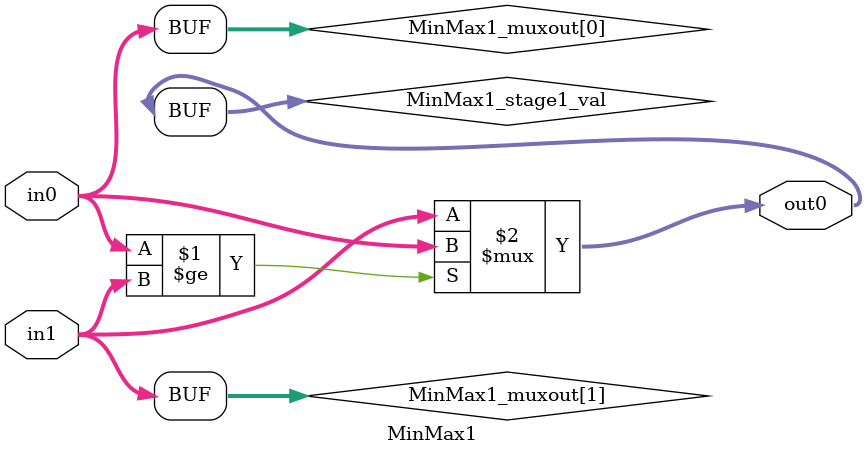
<source format=v>

`timescale 1 ns / 1 ns

module MinMax1
          (in0,
           in1,
           out0);


  input   signed [7:0] in0;
  input   signed [7:0] in1;
  output  signed [7:0] out0;


  wire signed [7:0] MinMax1_muxout [0:1];
  wire signed [7:0] MinMax1_stage1_val;


  assign MinMax1_muxout[0] = in0;
  assign MinMax1_muxout[1] = in1;
  assign MinMax1_stage1_val = (MinMax1_muxout[0] >= MinMax1_muxout[1] ? MinMax1_muxout[0] :
              MinMax1_muxout[1]);


  assign out0 = MinMax1_stage1_val;
endmodule   

</source>
